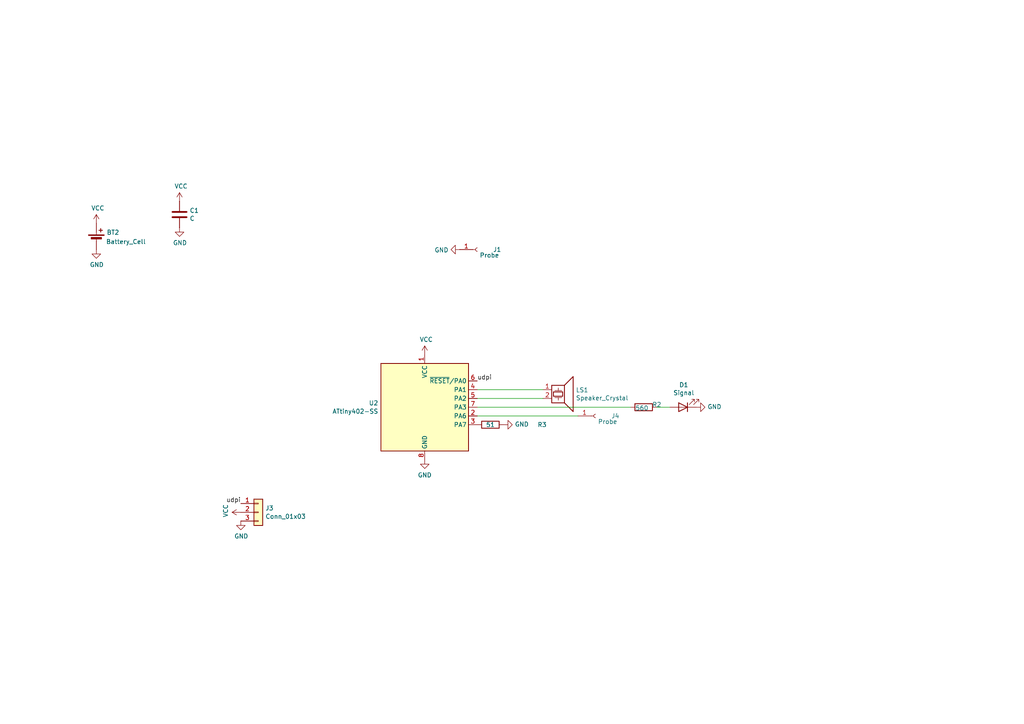
<source format=kicad_sch>
(kicad_sch (version 20250114) (generator "eeschema") (generator_version "9.0")
  (paper "A4")
  (lib_symbols
    (symbol "Connector:Conn_01x01_Female" (pin_names (offset 1.016) (hide yes))
      (property "Reference" "J" (at 0 2.54 0))
      (property "Value" "Connector_Conn_01x01_Female" (at 0 -2.54 0))
      (symbol "Conn_01x01_Female_1_1"
        (polyline (pts (xy -1.27 0) (xy -0.508 0)) (stroke (width 0.1524)))
        (arc (start 0 -0.508) (mid -0.508 0) (end 0 0.508) (stroke (width 0.1524)))
        (pin passive line (at -5.08 0 0) (length 3.81) (name "Pin_1") (number "1"))
      )
    )
    (symbol "Connector_Generic:Conn_01x03" (pin_names (offset 1.016) (hide yes))
      (property "Reference" "J" (at 0 5.08 0))
      (property "Value" "Conn_01x03" (at 0 -5.08 0))
      (symbol "Conn_01x03_1_1"
        (rectangle (start -1.27 3.81) (end 1.27 -3.81) (stroke (width 0.254)) (fill (type background)))
        (rectangle (start -1.27 2.667) (end 0 2.413) (stroke (width 0.1524)))
        (rectangle (start -1.27 0.127) (end 0 -0.127) (stroke (width 0.1524)))
        (rectangle (start -1.27 -2.413) (end 0 -2.667) (stroke (width 0.1524)))
        (pin passive line (at -5.08 2.54 0) (length 3.81) (name "Pin_1") (number "1"))
        (pin passive line (at -5.08 0 0) (length 3.81) (name "Pin_2") (number "2"))
        (pin passive line (at -5.08 -2.54 0) (length 3.81) (name "Pin_3") (number "3"))
      )
    )
    (symbol "Device:Battery_Cell" (pin_numbers (hide yes)) (pin_names (offset 0) (hide yes))
      (property "Reference" "BT" (at 2.54 2.54 0))
      (property "Value" "Battery_Cell" (at 2.54 0 0))
      (symbol "Battery_Cell_0_1"
        (rectangle (start -2.286 1.778) (end 2.286 1.524) (fill (type outline)))
        (rectangle (start -1.524 1.016) (end 1.524 0.508) (fill (type outline)))
        (polyline (pts (xy 0 1.778) (xy 0 2.54)))
        (polyline (pts (xy 0 0.762) (xy 0 0)))
        (polyline (pts (xy 0.762 3.048) (xy 1.778 3.048)) (stroke (width 0.254)))
        (polyline (pts (xy 1.27 3.556) (xy 1.27 2.54)) (stroke (width 0.254)))
      )
      (symbol "Battery_Cell_1_1"
        (pin passive line (at 0 5.08 270) (length 2.54) (name "+") (number "1"))
        (pin passive line (at 0 -2.54 90) (length 2.54) (name "-") (number "2"))
      )
    )
    (symbol "Device:C" (pin_numbers (hide yes)) (pin_names (offset 0.254))
      (property "Reference" "C" (at 0.635 2.54 0))
      (property "Value" "C" (at 0.635 -2.54 0))
      (symbol "C_0_1"
        (polyline (pts (xy -2.032 0.762) (xy 2.032 0.762)) (stroke (width 0.508)))
        (polyline (pts (xy -2.032 -0.762) (xy 2.032 -0.762)) (stroke (width 0.508)))
      )
      (symbol "C_1_1"
        (pin passive line (at 0 3.81 270) (length 2.794) (name "~") (number "1"))
        (pin passive line (at 0 -3.81 90) (length 2.794) (name "~") (number "2"))
      )
    )
    (symbol "Device:LED" (pin_numbers (hide yes)) (pin_names (offset 1.016) (hide yes))
      (property "Reference" "D" (at 0 2.54 0))
      (property "Value" "LED" (at 0 -2.54 0))
      (symbol "LED_0_1"
        (polyline (pts (xy -3.048 -0.762) (xy -4.572 -2.286) (xy -3.81 -2.286) (xy -4.572 -2.286) (xy -4.572 -1.524)))
        (polyline (pts (xy -1.778 -0.762) (xy -3.302 -2.286) (xy -2.54 -2.286) (xy -3.302 -2.286) (xy -3.302 -1.524)))
        (polyline (pts (xy -1.27 0) (xy 1.27 0)))
        (polyline (pts (xy -1.27 -1.27) (xy -1.27 1.27)) (stroke (width 0.254)))
        (polyline (pts (xy 1.27 -1.27) (xy 1.27 1.27) (xy -1.27 0) (xy 1.27 -1.27)) (stroke (width 0.254)))
      )
      (symbol "LED_1_1"
        (pin passive line (at -3.81 0 0) (length 2.54) (name "K") (number "1"))
        (pin passive line (at 3.81 0 180) (length 2.54) (name "A") (number "2"))
      )
    )
    (symbol "Device:R" (pin_numbers (hide yes)) (pin_names (offset 0))
      (property "Reference" "R" (at 2.032 0 90))
      (property "Value" "R" (at 0 0 90))
      (symbol "R_0_1"
        (rectangle (start -1.016 -2.54) (end 1.016 2.54) (stroke (width 0.254)))
      )
      (symbol "R_1_1"
        (pin passive line (at 0 3.81 270) (length 1.27) (name "~") (number "1"))
        (pin passive line (at 0 -3.81 90) (length 1.27) (name "~") (number "2"))
      )
    )
    (symbol "Device:Speaker_Crystal" (pin_names (offset 0) (hide yes))
      (property "Reference" "LS" (at 0.635 5.715 0))
      (property "Value" "Speaker_Crystal" (at 0.635 3.81 0))
      (symbol "Speaker_Crystal_0_0"
        (rectangle (start -2.54 1.27) (end 1.143 -3.81) (stroke (width 0.254)))
        (rectangle (start -2.032 -0.635) (end 0.635 -1.905) (stroke (width 0.254)))
        (polyline (pts (xy -1.651 -0.254) (xy 0.381 -0.254)))
        (polyline (pts (xy -1.651 -2.286) (xy 0.381 -2.286)))
        (polyline (pts (xy -0.635 -0.254) (xy -0.635 0.508)))
        (polyline (pts (xy -0.635 -2.286) (xy -0.635 -3.048)))
        (polyline (pts (xy 1.143 1.27) (xy 3.683 3.81) (xy 3.683 -6.35) (xy 1.143 -3.81)) (stroke (width 0.254)))
      )
      (symbol "Speaker_Crystal_1_1"
        (pin input line (at -5.08 0 0) (length 2.54) (name "1") (number "1"))
        (pin input line (at -5.08 -2.54 0) (length 2.54) (name "2") (number "2"))
      )
    )
    (symbol "MCU_Microchip_ATtiny:ATtiny402-SS"
      (property "Reference" "U" (at -12.7 13.97 0))
      (property "Value" "ATtiny402-SS" (at 2.54 -13.97 0))
      (symbol "ATtiny402-SS_0_1"
        (rectangle (start -12.7 -12.7) (end 12.7 12.7) (stroke (width 0.254)) (fill (type background)))
      )
      (symbol "ATtiny402-SS_1_1"
        (pin power_in line (at 0 15.24 270) (length 2.54) (name "VCC") (number "1"))
        (pin power_in line (at 0 -15.24 90) (length 2.54) (name "GND") (number "8"))
        (pin bidirectional line (at 15.24 7.62 180) (length 2.54) (name "~{RESET}/PA0") (number "6"))
        (pin bidirectional line (at 15.24 5.08 180) (length 2.54) (name "PA1") (number "4"))
        (pin bidirectional line (at 15.24 2.54 180) (length 2.54) (name "PA2") (number "5"))
        (pin bidirectional line (at 15.24 0 180) (length 2.54) (name "PA3") (number "7"))
        (pin bidirectional line (at 15.24 -2.54 180) (length 2.54) (name "PA6") (number "2"))
        (pin bidirectional line (at 15.24 -5.08 180) (length 2.54) (name "PA7") (number "3"))
      )
    )
    (symbol "power:GND" (power) (pin_numbers (hide yes)) (pin_names (offset 0) (hide yes))
      (property "Value" "GND" (at 0 -3.81 0))
      (symbol "GND_0_1"
        (polyline (pts (xy 0 0) (xy 0 -1.27) (xy 1.27 -1.27) (xy 0 -2.54) (xy -1.27 -1.27) (xy 0 -1.27)))
      )
      (symbol "GND_1_1"
        (pin power_in line (at 0 0 270) (length 0) (name "~") (number "1"))
      )
    )
    (symbol "power:VCC" (power) (pin_numbers (hide yes)) (pin_names (offset 0) (hide yes))
      (property "Value" "VCC" (at 0 3.556 0))
      (symbol "VCC_0_1"
        (polyline (pts (xy -0.762 1.27) (xy 0 2.54)))
        (polyline (pts (xy 0 2.54) (xy 0.762 1.27)))
        (polyline (pts (xy 0 0) (xy 0 2.54)))
      )
      (symbol "VCC_1_1"
        (pin power_in line (at 0 0 90) (length 0) (name "~") (number "1"))
      )
    )
  )
  (wire (pts (xy 138.43 120.65) (xy 167.64 120.65)))
  (wire (pts (xy 138.43 115.57) (xy 157.48 115.57)))
  (wire (pts (xy 138.43 113.03) (xy 157.48 113.03)))
  (wire (pts (xy 190.5 118.11) (xy 194.31 118.11)))
  (wire (pts (xy 138.43 118.11) (xy 182.88 118.11)))
  (label "udpi" (at 69.85 146.05 180))
  (label "udpi" (at 138.43 110.49 0))
  (symbol (lib_id "Device:C") (at 52.07 62.23 0) (unit 1)
    (property "Reference" "C1" (at 54.991 61.0616 0) (effects (justify left)))
    (property "Value" "C" (at 54.991 63.373 0) (effects (justify left)))
    (property "Footprint" "synkie_footprints:C_1206_3216Metric_Pad1.42x1.75mm_HandSolder" (effects (hide yes)))
  )
  (symbol (lib_id "power:VCC") (at 123.19 102.87 0) (unit 1)
    (property "Reference" "#PWR05" (effects (hide yes)))
    (property "Value" "VCC" (at 123.6218 98.4758 0))
  )
  (symbol (lib_id "power:VCC") (at 52.07 58.42 0) (unit 1)
    (property "Reference" "#PWR03" (effects (hide yes)))
    (property "Value" "VCC" (at 52.5018 54.0258 0))
  )
  (symbol (lib_id "power:GND") (at 52.07 66.04 0) (unit 1)
    (property "Reference" "#PWR04" (effects (hide yes)))
    (property "Value" "GND" (at 52.197 70.4342 0))
  )
  (symbol (lib_id "power:VCC") (at 27.94 64.77 0) (unit 1)
    (property "Reference" "#PWR01" (effects (hide yes)))
    (property "Value" "VCC" (at 28.3718 60.3758 0))
  )
  (symbol (lib_id "power:GND") (at 27.94 72.39 0) (unit 1)
    (property "Reference" "#PWR02" (effects (hide yes)))
    (property "Value" "GND" (at 28.067 76.7842 0))
  )
  (symbol (lib_id "Device:R") (at 186.69 118.11 270) (unit 1)
    (property "Reference" "R2" (at 190.5 117.348 90))
    (property "Value" "560" (at 186.182 118.364 90))
    (property "Footprint" "Resistor_SMD:R_1206_3216Metric_Pad1.30x1.75mm_HandSolder" (effects (hide yes)))
  )
  (symbol (lib_id "Device:LED") (at 198.12 118.11 180) (unit 1)
    (property "Reference" "D1" (at 198.3232 111.633 0))
    (property "Value" "Signal" (at 198.3232 113.9444 0))
    (property "Footprint" "LED_SMD:LED_1210_3225Metric_Pad1.42x2.65mm_HandSolder" (effects (hide yes)))
  )
  (symbol (lib_id "power:GND") (at 201.93 118.11 90) (unit 1)
    (property "Reference" "#PWR08" (effects (hide yes)))
    (property "Value" "GND" (at 205.1812 117.983 90) (effects (justify right)))
  )
  (symbol (lib_id "Device:Speaker_Crystal") (at 162.56 113.03 0) (unit 1)
    (property "Reference" "LS1" (at 167.005 113.1316 0) (effects (justify left)))
    (property "Value" "Speaker_Crystal" (at 167.005 115.443 0) (effects (justify left)))
    (property "Footprint" "Buzzer_Beeper:Buzzer_CUI_CPT-9019S-SMT" (effects (hide yes)))
  )
  (symbol (lib_id "Device:R") (at 142.24 123.19 270) (unit 1)
    (property "Reference" "R3" (at 157.226 123.19 90))
    (property "Value" "51" (at 142.24 123.19 90))
    (property "Footprint" "Resistor_SMD:R_1206_3216Metric_Pad1.30x1.75mm_HandSolder" (effects (hide yes)))
  )
  (symbol (lib_id "power:GND") (at 133.35 72.39 270) (unit 1)
    (property "Reference" "#PWR06" (effects (hide yes)))
    (property "Value" "GND" (at 130.0988 72.517 90) (effects (justify right)))
  )
  (symbol (lib_id "Connector:Conn_01x01_Female") (at 138.43 72.39 0) (unit 1)
    (property "Reference" "J1" (at 143.002 72.39 0) (effects (justify left)))
    (property "Value" "Probe" (at 139.1158 74.041 0) (effects (justify left)))
    (property "Footprint" "Anyma06:PeepsyPad" (effects (hide yes)))
  )
  (symbol (lib_id "MCU_Microchip_ATtiny:ATtiny402-SS") (at 123.19 118.11 0) (unit 1)
    (property "Reference" "U2" (at 109.728 116.8978 0) (effects (justify right)))
    (property "Value" "ATtiny402-SS" (at 109.728 119.3221 0) (effects (justify right)))
    (property "Footprint" "Package_SO:SOIC-8_3.9x4.9mm_P1.27mm" (effects (hide yes)))
    (property "Datasheet" "http://ww1.microchip.com/downloads/en/DeviceDoc/ATtiny202-402-AVR-MCU-with-Core-Independent-Peripherals_and-picoPower-40001969A.pdf" (effects (hide yes)))
    (property "Description" "20MHz, 4kB Flash, 256B SRAM, 128B EEPROM, SOIC-8" (effects (hide yes)))
  )
  (symbol (lib_id "Connector:Conn_01x01_Female") (at 172.72 120.65 0) (unit 1)
    (property "Reference" "J4" (at 177.292 120.65 0) (effects (justify left)))
    (property "Value" "Probe" (at 173.4058 122.301 0) (effects (justify left)))
    (property "Footprint" "Anyma06:PeepsyPad" (effects (hide yes)))
  )
  (symbol (lib_id "power:GND") (at 123.19 133.35 0) (unit 1)
    (property "Reference" "#PWR010" (effects (hide yes)))
    (property "Value" "GND" (at 123.19 137.7934 0))
  )
  (symbol (lib_id "Device:Battery_Cell") (at 27.94 69.85 0) (unit 1)
    (property "Reference" "BT2" (at 30.9372 67.4116 0) (effects (justify left)))
    (property "Value" "Battery_Cell" (at 30.734 70.104 0) (effects (justify left)))
    (property "Footprint" "Battery:BatteryHolder_Keystone_3002_1x2032" (effects (hide yes)))
  )
  (symbol (lib_id "power:GND") (at 69.85 151.13 0) (unit 1)
    (property "Reference" "#PWR011" (effects (hide yes)))
    (property "Value" "GND" (at 69.977 155.5242 0))
  )
  (symbol (lib_id "power:GND") (at 146.05 123.19 90) (unit 1)
    (property "Reference" "#PWR012" (effects (hide yes)))
    (property "Value" "GND" (at 149.3012 123.063 90) (effects (justify right)))
  )
  (symbol (lib_id "power:VCC") (at 69.85 148.59 90) (unit 1)
    (property "Reference" "#PWR09" (effects (hide yes)))
    (property "Value" "VCC" (at 65.4558 148.1582 0))
  )
  (symbol (lib_id "Connector_Generic:Conn_01x03") (at 74.93 148.59 0) (unit 1)
    (property "Reference" "J3" (at 76.962 147.3778 0) (effects (justify left)))
    (property "Value" "Conn_01x03" (at 76.962 149.8021 0) (effects (justify left)))
    (property "Footprint" "anyma_footprints:smd-3pin" (effects (hide yes)))
    (property "Description" "Generic connector, single row, 01x03, script generated (kicad-library-utils/schlib/autogen/connector/)" (effects (hide yes)))
  )
)
</source>
